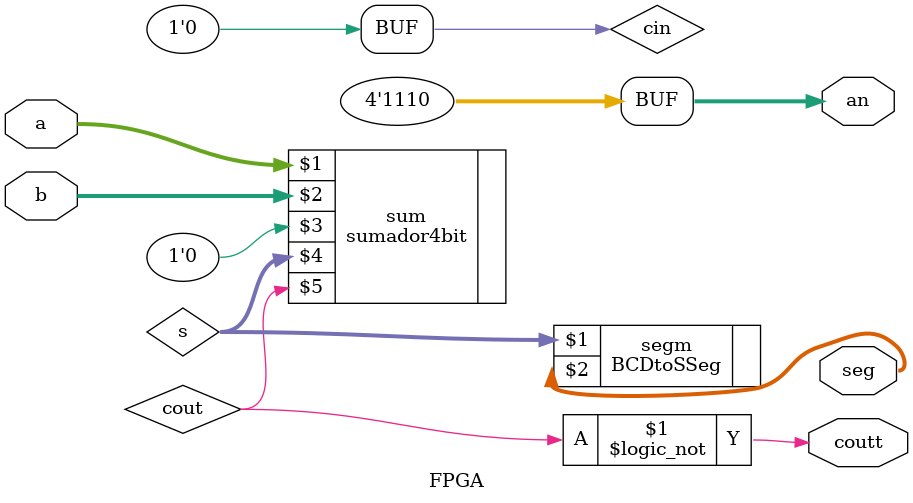
<source format=v>
module FPGA(
input [3:0]a,
input[3:0]b,
//input cin ,
output wire [0:6] seg,
output [3:0] an ,
output coutt
);
wire cin=0;
wire [3:0]s;
wire cout;

assign an = 4'b1110;
sumador4bit sum (a, b, cin, s, cout);
BCDtoSSeg segm (s, seg);
assign coutt = !cout;
endmodule






</source>
